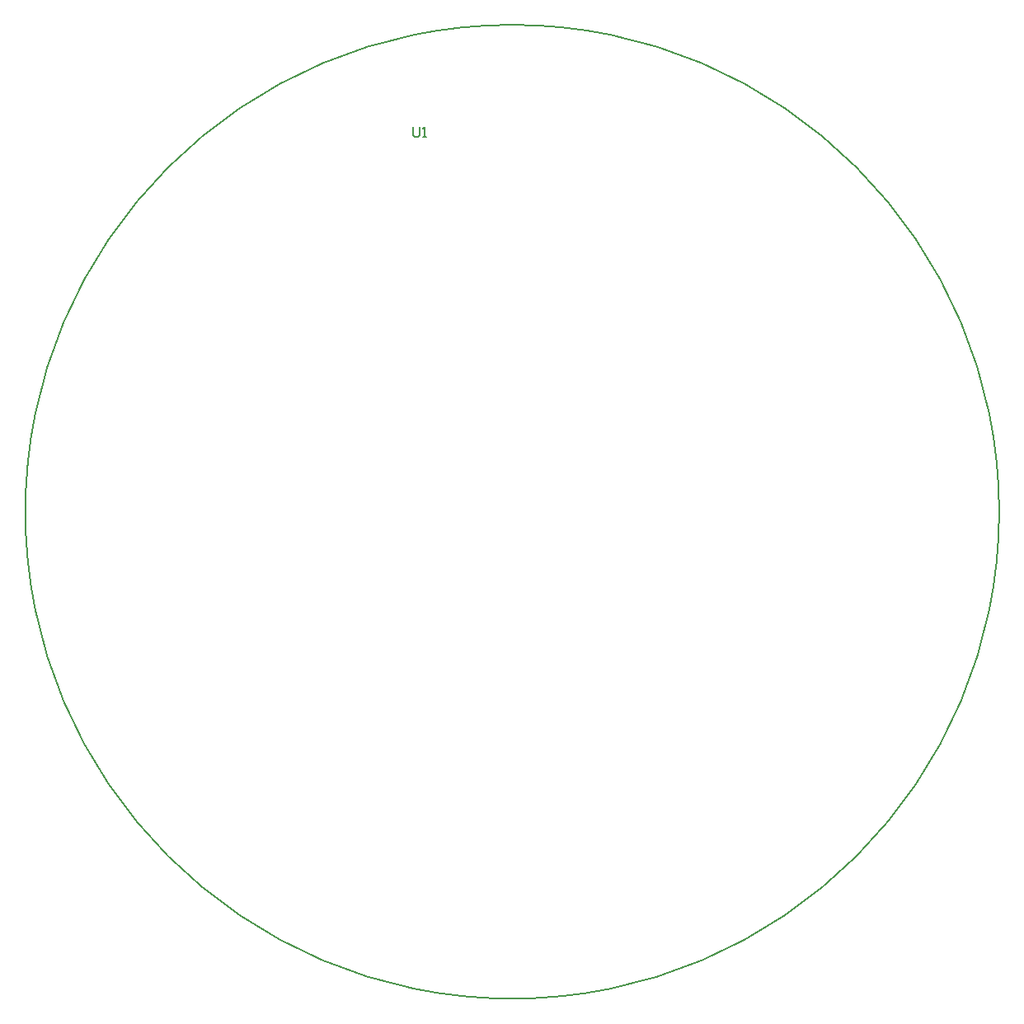
<source format=gm1>
G04*
G04 #@! TF.GenerationSoftware,Altium Limited,Altium Designer,20.0.13 (296)*
G04*
G04 Layer_Color=16711935*
%FSLAX44Y44*%
%MOMM*%
G71*
G01*
G75*
%ADD12C,0.2000*%
%ADD13C,0.1270*%
D12*
X3226690Y422910D02*
G03*
X3226690Y422910I-500000J0D01*
G01*
D13*
X2625140Y817877D02*
Y809413D01*
X2626833Y807720D01*
X2630218D01*
X2631911Y809413D01*
Y817877D01*
X2635297Y807720D02*
X2638682D01*
X2636989D01*
Y817877D01*
X2635297Y816184D01*
M02*

</source>
